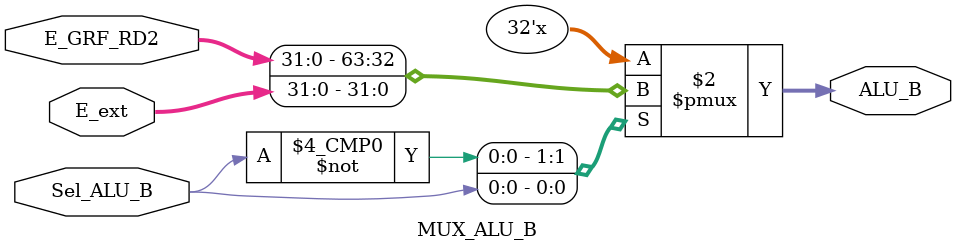
<source format=v>
`timescale 1ns / 1ps
module MUX_ALU_B(
    input Sel_ALU_B,
    input [31:0] E_GRF_RD2,
    input [31:0] E_ext,
    output reg [31:0] ALU_B
    );

    always @( *) begin
        case (Sel_ALU_B)
            1'b0: begin
                ALU_B = E_GRF_RD2;
            end
            1'b1: begin
                ALU_B = E_ext;
            end
        endcase
    end
endmodule

</source>
